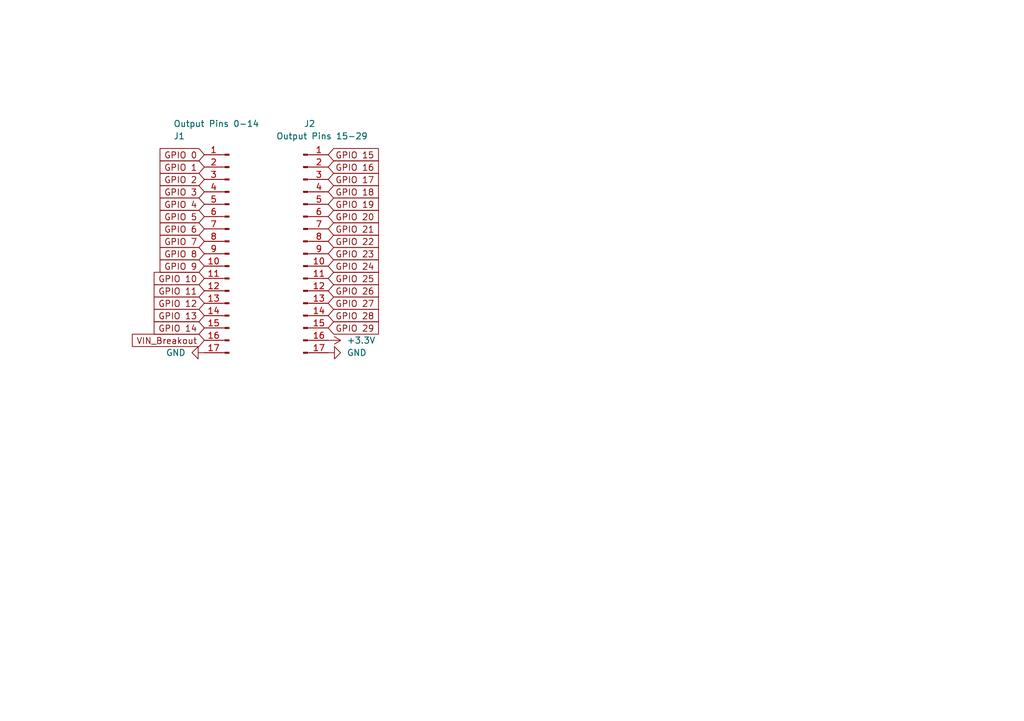
<source format=kicad_sch>
(kicad_sch (version 20230121) (generator eeschema)
  (paper "A5")
  (lib_symbols
    (symbol "Connector:Conn_01x17_Pin" (pin_names (offset 1.016) hide)
      (property "Reference" "J" (at 0 22.86 0))
      (property "Value" "Conn_01x17_Pin" (at 0 -22.86 0))
      (symbol "Conn_01x17_Pin_1_1"
        (polyline (pts (xy 1.27 -20.32) (xy 0.8636 -20.32)) (stroke (width 0.1524)))
        (polyline (pts (xy 1.27 -17.78) (xy 0.8636 -17.78)) (stroke (width 0.1524)))
        (polyline (pts (xy 1.27 -15.24) (xy 0.8636 -15.24)) (stroke (width 0.1524)))
        (polyline (pts (xy 1.27 -12.7) (xy 0.8636 -12.7)) (stroke (width 0.1524)))
        (polyline (pts (xy 1.27 -10.16) (xy 0.8636 -10.16)) (stroke (width 0.1524)))
        (polyline (pts (xy 1.27 -7.62) (xy 0.8636 -7.62)) (stroke (width 0.1524)))
        (polyline (pts (xy 1.27 -5.08) (xy 0.8636 -5.08)) (stroke (width 0.1524)))
        (polyline (pts (xy 1.27 -2.54) (xy 0.8636 -2.54)) (stroke (width 0.1524)))
        (polyline (pts (xy 1.27 0) (xy 0.8636 0)) (stroke (width 0.1524)))
        (polyline (pts (xy 1.27 2.54) (xy 0.8636 2.54)) (stroke (width 0.1524)))
        (polyline (pts (xy 1.27 5.08) (xy 0.8636 5.08)) (stroke (width 0.1524)))
        (polyline (pts (xy 1.27 7.62) (xy 0.8636 7.62)) (stroke (width 0.1524)))
        (polyline (pts (xy 1.27 10.16) (xy 0.8636 10.16)) (stroke (width 0.1524)))
        (polyline (pts (xy 1.27 12.7) (xy 0.8636 12.7)) (stroke (width 0.1524)))
        (polyline (pts (xy 1.27 15.24) (xy 0.8636 15.24)) (stroke (width 0.1524)))
        (polyline (pts (xy 1.27 17.78) (xy 0.8636 17.78)) (stroke (width 0.1524)))
        (polyline (pts (xy 1.27 20.32) (xy 0.8636 20.32)) (stroke (width 0.1524)))
        (rectangle (start 0.8636 -20.193) (end 0 -20.447) (stroke (width 0.1524)) (fill (type outline)))
        (rectangle (start 0.8636 -17.653) (end 0 -17.907) (stroke (width 0.1524)) (fill (type outline)))
        (rectangle (start 0.8636 -15.113) (end 0 -15.367) (stroke (width 0.1524)) (fill (type outline)))
        (rectangle (start 0.8636 -12.573) (end 0 -12.827) (stroke (width 0.1524)) (fill (type outline)))
        (rectangle (start 0.8636 -10.033) (end 0 -10.287) (stroke (width 0.1524)) (fill (type outline)))
        (rectangle (start 0.8636 -7.493) (end 0 -7.747) (stroke (width 0.1524)) (fill (type outline)))
        (rectangle (start 0.8636 -4.953) (end 0 -5.207) (stroke (width 0.1524)) (fill (type outline)))
        (rectangle (start 0.8636 -2.413) (end 0 -2.667) (stroke (width 0.1524)) (fill (type outline)))
        (rectangle (start 0.8636 0.127) (end 0 -0.127) (stroke (width 0.1524)) (fill (type outline)))
        (rectangle (start 0.8636 2.667) (end 0 2.413) (stroke (width 0.1524)) (fill (type outline)))
        (rectangle (start 0.8636 5.207) (end 0 4.953) (stroke (width 0.1524)) (fill (type outline)))
        (rectangle (start 0.8636 7.747) (end 0 7.493) (stroke (width 0.1524)) (fill (type outline)))
        (rectangle (start 0.8636 10.287) (end 0 10.033) (stroke (width 0.1524)) (fill (type outline)))
        (rectangle (start 0.8636 12.827) (end 0 12.573) (stroke (width 0.1524)) (fill (type outline)))
        (rectangle (start 0.8636 15.367) (end 0 15.113) (stroke (width 0.1524)) (fill (type outline)))
        (rectangle (start 0.8636 17.907) (end 0 17.653) (stroke (width 0.1524)) (fill (type outline)))
        (rectangle (start 0.8636 20.447) (end 0 20.193) (stroke (width 0.1524)) (fill (type outline)))
        (pin passive line (at 5.08 20.32 180) (length 3.81) (name "Pin_1") (number "1"))
        (pin passive line (at 5.08 -2.54 180) (length 3.81) (name "Pin_10") (number "10"))
        (pin passive line (at 5.08 -5.08 180) (length 3.81) (name "Pin_11") (number "11"))
        (pin passive line (at 5.08 -7.62 180) (length 3.81) (name "Pin_12") (number "12"))
        (pin passive line (at 5.08 -10.16 180) (length 3.81) (name "Pin_13") (number "13"))
        (pin passive line (at 5.08 -12.7 180) (length 3.81) (name "Pin_14") (number "14"))
        (pin passive line (at 5.08 -15.24 180) (length 3.81) (name "Pin_15") (number "15"))
        (pin passive line (at 5.08 -17.78 180) (length 3.81) (name "Pin_16") (number "16"))
        (pin passive line (at 5.08 -20.32 180) (length 3.81) (name "Pin_17") (number "17"))
        (pin passive line (at 5.08 17.78 180) (length 3.81) (name "Pin_2") (number "2"))
        (pin passive line (at 5.08 15.24 180) (length 3.81) (name "Pin_3") (number "3"))
        (pin passive line (at 5.08 12.7 180) (length 3.81) (name "Pin_4") (number "4"))
        (pin passive line (at 5.08 10.16 180) (length 3.81) (name "Pin_5") (number "5"))
        (pin passive line (at 5.08 7.62 180) (length 3.81) (name "Pin_6") (number "6"))
        (pin passive line (at 5.08 5.08 180) (length 3.81) (name "Pin_7") (number "7"))
        (pin passive line (at 5.08 2.54 180) (length 3.81) (name "Pin_8") (number "8"))
        (pin passive line (at 5.08 0 180) (length 3.81) (name "Pin_9") (number "9"))
      )
    )
    (symbol "power:+3.3V" (power) (pin_names (offset 0))
      (property "Value" "+3.3V" (at 0 3.556 0))
      (symbol "+3.3V_0_1"
        (polyline (pts (xy -0.762 1.27) (xy 0 2.54)))
        (polyline (pts (xy 0 0) (xy 0 2.54)))
        (polyline (pts (xy 0 2.54) (xy 0.762 1.27)))
      )
      (symbol "+3.3V_1_1"
        (pin power_in line (at 0 0 90) (length 0) hide (name "+3.3V") (number "1"))
      )
    )
    (symbol "power:GND" (power) (pin_names (offset 0))
      (property "Value" "GND" (at 0 -3.81 0))
      (symbol "GND_0_1"
        (polyline (pts (xy 0 0) (xy 0 -1.27) (xy 1.27 -1.27) (xy 0 -2.54) (xy -1.27 -1.27) (xy 0 -1.27)))
      )
      (symbol "GND_1_1"
        (pin power_in line (at 0 0 270) (length 0) hide (name "GND") (number "1"))
      )
    )
  )
  (global_label "GPIO 19" (shape input) (at 67.31 41.91 0) (property "Intersheetrefs" "${INTERSHEET_REFS}" (effects hide)))
  (global_label "GPIO 13" (shape input) (at 41.91 64.77 180) (property "Intersheetrefs" "${INTERSHEET_REFS}" (effects hide)))
  (global_label "GPIO 7" (shape input) (at 41.91 49.53 180) (property "Intersheetrefs" "${INTERSHEET_REFS}" (effects hide)))
  (global_label "GPIO 18" (shape input) (at 67.31 39.37 0) (property "Intersheetrefs" "${INTERSHEET_REFS}" (effects hide)))
  (global_label "GPIO 28" (shape input) (at 67.31 64.77 0) (property "Intersheetrefs" "${INTERSHEET_REFS}" (effects hide)))
  (global_label "GPIO 26" (shape input) (at 67.31 59.69 0) (property "Intersheetrefs" "${INTERSHEET_REFS}" (effects hide)))
  (global_label "GPIO 2" (shape input) (at 41.91 36.83 180) (property "Intersheetrefs" "${INTERSHEET_REFS}" (effects hide)))
  (global_label "GPIO 8" (shape input) (at 41.91 52.07 180) (property "Intersheetrefs" "${INTERSHEET_REFS}" (effects hide)))
  (global_label "GPIO 1" (shape input) (at 41.91 34.29 180) (property "Intersheetrefs" "${INTERSHEET_REFS}" (effects hide)))
  (global_label "GPIO 3" (shape input) (at 41.91 39.37 180) (property "Intersheetrefs" "${INTERSHEET_REFS}" (effects hide)))
  (global_label "GPIO 11" (shape input) (at 41.91 59.69 180) (property "Intersheetrefs" "${INTERSHEET_REFS}" (effects hide)))
  (global_label "GPIO 5" (shape input) (at 41.91 44.45 180) (property "Intersheetrefs" "${INTERSHEET_REFS}" (effects hide)))
  (global_label "GPIO 25" (shape input) (at 67.31 57.15 0) (property "Intersheetrefs" "${INTERSHEET_REFS}" (effects hide)))
  (global_label "GPIO 24" (shape input) (at 67.31 54.61 0) (property "Intersheetrefs" "${INTERSHEET_REFS}" (effects hide)))
  (global_label "GPIO 21" (shape input) (at 67.31 46.99 0) (property "Intersheetrefs" "${INTERSHEET_REFS}" (effects hide)))
  (global_label "GPIO 16" (shape input) (at 67.31 34.29 0) (property "Intersheetrefs" "${INTERSHEET_REFS}" (effects hide)))
  (global_label "GPIO 10" (shape input) (at 41.91 57.15 180) (property "Intersheetrefs" "${INTERSHEET_REFS}" (effects hide)))
  (global_label "GPIO 14" (shape input) (at 41.91 67.31 180) (property "Intersheetrefs" "${INTERSHEET_REFS}" (effects hide)))
  (global_label "GPIO 17" (shape input) (at 67.31 36.83 0) (property "Intersheetrefs" "${INTERSHEET_REFS}" (effects hide)))
  (global_label "GPIO 0" (shape input) (at 41.91 31.75 180) (property "Intersheetrefs" "${INTERSHEET_REFS}" (effects hide)))
  (global_label "GPIO 12" (shape input) (at 41.91 62.23 180) (property "Intersheetrefs" "${INTERSHEET_REFS}" (effects hide)))
  (global_label "GPIO 6" (shape input) (at 41.91 46.99 180) (property "Intersheetrefs" "${INTERSHEET_REFS}" (effects hide)))
  (global_label "VIN_Breakout" (shape input) (at 41.91 69.85 180) (property "Intersheetrefs" "${INTERSHEET_REFS}" (effects hide)))
  (global_label "GPIO 23" (shape input) (at 67.31 52.07 0) (property "Intersheetrefs" "${INTERSHEET_REFS}" (effects hide)))
  (global_label "GPIO 29" (shape input) (at 67.31 67.31 0) (property "Intersheetrefs" "${INTERSHEET_REFS}" (effects hide)))
  (global_label "GPIO 20" (shape input) (at 67.31 44.45 0) (property "Intersheetrefs" "${INTERSHEET_REFS}" (effects hide)))
  (global_label "GPIO 4" (shape input) (at 41.91 41.91 180) (property "Intersheetrefs" "${INTERSHEET_REFS}" (effects hide)))
  (global_label "GPIO 27" (shape input) (at 67.31 62.23 0) (property "Intersheetrefs" "${INTERSHEET_REFS}" (effects hide)))
  (global_label "GPIO 15" (shape input) (at 67.31 31.75 0) (property "Intersheetrefs" "${INTERSHEET_REFS}" (effects hide)))
  (global_label "GPIO 22" (shape input) (at 67.31 49.53 0) (property "Intersheetrefs" "${INTERSHEET_REFS}" (effects hide)))
  (global_label "GPIO 9" (shape input) (at 41.91 54.61 180) (property "Intersheetrefs" "${INTERSHEET_REFS}" (effects hide)))
  (symbol (lib_id "power:+3.3V") (at 67.31 69.85 270) (unit 1)
    (property "Reference" "#PWR02" (effects hide))
    (property "Value" "+3.3V" (at 71.12 69.85 90) (effects (justify left)))
    (instances (project "getting-started" (path "" (reference "#PWR02") (unit 1)) (path "" (reference "#PWR06") (unit 1))))
  )
  (symbol (lib_id "Connector:Conn_01x17_Pin") (at 46.99 52.07 0) (mirror y) (unit 1)
    (property "Reference" "J1" (at 35.56 27.94 0) (effects (justify right)))
    (property "Value" "Output Pins 0-14" (at 35.56 25.4 0) (effects (justify right)))
  )
  (symbol (lib_id "power:GND") (at 67.31 72.39 90) (unit 1)
    (property "Reference" "#PWR03" (effects hide))
    (property "Value" "GND" (at 71.12 72.39 90) (effects (justify right)))
    (instances (project "getting-started" (path "" (reference "#PWR03") (unit 1)) (path "" (reference "#PWR08") (unit 1))))
  )
  (symbol (lib_id "Connector:Conn_01x17_Pin") (at 62.23 52.07 0) (unit 1)
    (property "Reference" "J2" (at 63.5 25.4 0))
    (property "Value" "Output Pins 15-29" (at 66.04 27.94 0))
  )
  (symbol (lib_id "power:GND") (at 41.91 72.39 270) (unit 1)
    (property "Reference" "#PWR03" (effects hide))
    (property "Value" "GND" (at 38.1 72.39 90) (effects (justify right)))
    (instances (project "getting-started" (path "" (reference "#PWR03") (unit 1)) (path "" (reference "#PWR019") (unit 1))))
  )
)
</source>
